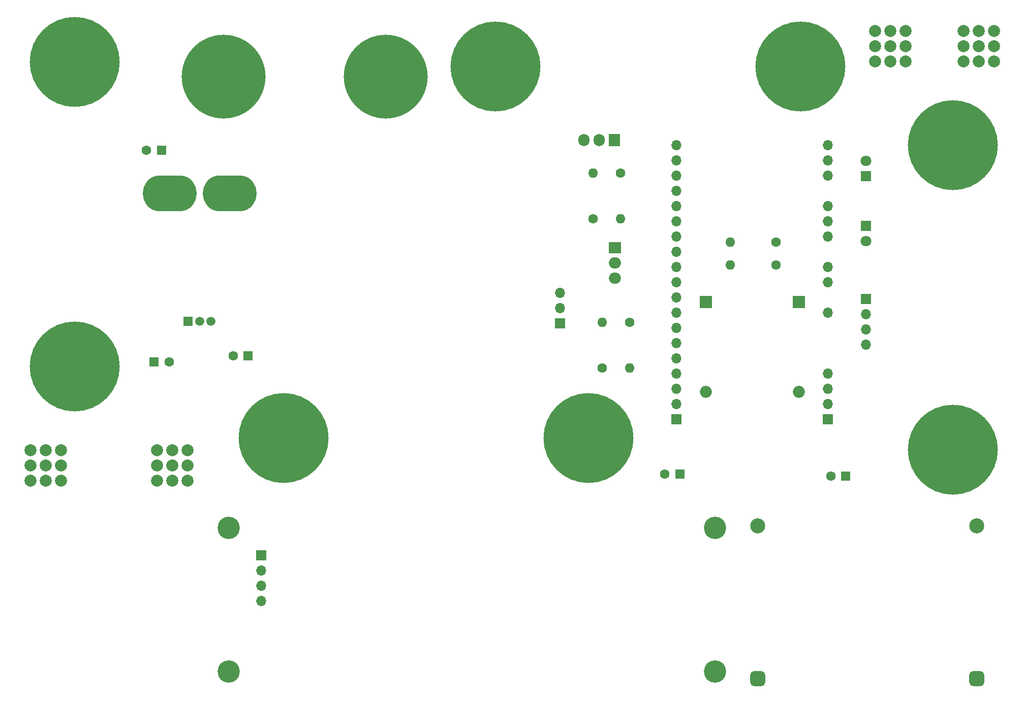
<source format=gbr>
%TF.GenerationSoftware,KiCad,Pcbnew,(7.0.0-0)*%
%TF.CreationDate,2023-07-06T19:43:53+02:00*%
%TF.ProjectId,Mstr_Controller_Board_v01,4d737472-5f43-46f6-9e74-726f6c6c6572,v01*%
%TF.SameCoordinates,Original*%
%TF.FileFunction,Soldermask,Bot*%
%TF.FilePolarity,Negative*%
%FSLAX46Y46*%
G04 Gerber Fmt 4.6, Leading zero omitted, Abs format (unit mm)*
G04 Created by KiCad (PCBNEW (7.0.0-0)) date 2023-07-06 19:43:53*
%MOMM*%
%LPD*%
G01*
G04 APERTURE LIST*
G04 Aperture macros list*
%AMRoundRect*
0 Rectangle with rounded corners*
0 $1 Rounding radius*
0 $2 $3 $4 $5 $6 $7 $8 $9 X,Y pos of 4 corners*
0 Add a 4 corners polygon primitive as box body*
4,1,4,$2,$3,$4,$5,$6,$7,$8,$9,$2,$3,0*
0 Add four circle primitives for the rounded corners*
1,1,$1+$1,$2,$3*
1,1,$1+$1,$4,$5*
1,1,$1+$1,$6,$7*
1,1,$1+$1,$8,$9*
0 Add four rect primitives between the rounded corners*
20,1,$1+$1,$2,$3,$4,$5,0*
20,1,$1+$1,$4,$5,$6,$7,0*
20,1,$1+$1,$6,$7,$8,$9,0*
20,1,$1+$1,$8,$9,$2,$3,0*%
%AMHorizOval*
0 Thick line with rounded ends*
0 $1 width*
0 $2 $3 position (X,Y) of the first rounded end (center of the circle)*
0 $4 $5 position (X,Y) of the second rounded end (center of the circle)*
0 Add line between two ends*
20,1,$1,$2,$3,$4,$5,0*
0 Add two circle primitives to create the rounded ends*
1,1,$1,$2,$3*
1,1,$1,$4,$5*%
G04 Aperture macros list end*
%ADD10C,1.600000*%
%ADD11O,1.600000X1.600000*%
%ADD12C,2.000000*%
%ADD13C,14.000000*%
%ADD14O,1.700000X1.700000*%
%ADD15R,1.700000X1.700000*%
%ADD16C,15.000000*%
%ADD17R,1.600000X1.600000*%
%ADD18R,2.000000X1.905000*%
%ADD19O,2.000000X1.905000*%
%ADD20R,1.800000X1.800000*%
%ADD21C,1.800000*%
%ADD22R,2.000000X2.000000*%
%ADD23O,2.000000X2.000000*%
%ADD24C,3.716000*%
%ADD25R,1.500000X1.500000*%
%ADD26C,1.500000*%
%ADD27HorizOval,0.800000X0.000000X0.000000X0.000000X0.000000X0*%
%ADD28HorizOval,0.800000X0.000000X0.000000X0.000000X0.000000X0*%
%ADD29C,0.800000*%
%ADD30O,9.000000X6.000000*%
%ADD31RoundRect,0.625000X0.625000X0.625000X-0.625000X0.625000X-0.625000X-0.625000X0.625000X-0.625000X0*%
%ADD32C,2.500000*%
%ADD33R,1.905000X2.000000*%
%ADD34O,1.905000X2.000000*%
G04 APERTURE END LIST*
D10*
%TO.C,R4*%
X151638000Y-70373000D03*
D11*
X151637999Y-62752999D03*
%TD*%
D12*
%TO.C,J3*%
X57912000Y-114061000D03*
X60452000Y-114061000D03*
X62992000Y-114061000D03*
X57912000Y-111521000D03*
X60452000Y-111521000D03*
X62992000Y-111521000D03*
X57912000Y-108981000D03*
X60452000Y-108981000D03*
X62992000Y-108981000D03*
%TD*%
D13*
%TO.C,J1*%
X117141000Y-46671000D03*
X90141000Y-46671000D03*
D14*
X146150999Y-82740999D03*
X146150999Y-85280999D03*
D15*
X146150999Y-87820999D03*
%TD*%
D12*
%TO.C,J6*%
X213360000Y-44196000D03*
X215900000Y-44196000D03*
X218440000Y-44196000D03*
X213360000Y-41656000D03*
X215900000Y-41656000D03*
X218440000Y-41656000D03*
X213360000Y-39116000D03*
X215900000Y-39116000D03*
X218440000Y-39116000D03*
%TD*%
D16*
%TO.C,F3*%
X135382000Y-44973000D03*
X186182000Y-44973000D03*
%TD*%
D12*
%TO.C,J4*%
X78994000Y-114061000D03*
X81534000Y-114061000D03*
X84074000Y-114061000D03*
X78994000Y-111521000D03*
X81534000Y-111521000D03*
X84074000Y-111521000D03*
X78994000Y-108981000D03*
X81534000Y-108981000D03*
X84074000Y-108981000D03*
%TD*%
D10*
%TO.C,R8*%
X182118000Y-78097000D03*
D11*
X174497999Y-78096999D03*
%TD*%
D15*
%TO.C,J2*%
X197103999Y-83819999D03*
D14*
X197103999Y-86359999D03*
X197103999Y-88899999D03*
X197103999Y-91439999D03*
%TD*%
D17*
%TO.C,C7*%
X78525999Y-94248999D03*
D10*
X81026000Y-94249000D03*
%TD*%
D18*
%TO.C,Q1*%
X155264999Y-75198999D03*
D19*
X155264999Y-77738999D03*
X155264999Y-80278999D03*
%TD*%
D20*
%TO.C,D2*%
X197103999Y-71622999D03*
D21*
X197104000Y-74163000D03*
%TD*%
D10*
%TO.C,R2*%
X157734000Y-87645000D03*
D11*
X157733999Y-95264999D03*
%TD*%
D12*
%TO.C,J5*%
X198628000Y-44196000D03*
X201168000Y-44196000D03*
X203708000Y-44196000D03*
X198628000Y-41656000D03*
X201168000Y-41656000D03*
X203708000Y-41656000D03*
X198628000Y-39116000D03*
X201168000Y-39116000D03*
X203708000Y-39116000D03*
%TD*%
D10*
%TO.C,R1*%
X153162000Y-95265000D03*
D11*
X153161999Y-87644999D03*
%TD*%
D17*
%TO.C,C6*%
X79755999Y-58942999D03*
D10*
X77256000Y-58943000D03*
%TD*%
D17*
%TO.C,C4*%
X166115999Y-113029999D03*
D10*
X163616000Y-113030000D03*
%TD*%
%TO.C,R7*%
X182118000Y-74287000D03*
D11*
X174497999Y-74286999D03*
%TD*%
D22*
%TO.C,C2*%
X185927999Y-84312999D03*
D23*
X185927999Y-99312999D03*
%TD*%
D17*
%TO.C,C3*%
X193761999Y-113298999D03*
D10*
X191262000Y-113299000D03*
%TD*%
D15*
%TO.C,U3*%
X96397999Y-126524999D03*
D14*
X96397999Y-129064999D03*
X96397999Y-131604999D03*
X96397999Y-134144999D03*
D24*
X90958000Y-121935000D03*
X90958000Y-145935000D03*
X171958000Y-121935000D03*
X171958000Y-145935000D03*
%TD*%
D10*
%TO.C,R3*%
X156210000Y-62753000D03*
D11*
X156209999Y-70372999D03*
%TD*%
D20*
%TO.C,D1*%
X197103999Y-63297999D03*
D21*
X197104000Y-60758000D03*
%TD*%
D16*
%TO.C,F2*%
X150876000Y-106949000D03*
X100076000Y-106949000D03*
%TD*%
%TO.C,F1*%
X65278000Y-44211000D03*
X65278000Y-95011000D03*
%TD*%
D25*
%TO.C,U2*%
X84205999Y-87531999D03*
D26*
X86116000Y-87532000D03*
X88026000Y-87532000D03*
D27*
X87165999Y-65501999D03*
D28*
X87165999Y-66761999D03*
D29*
X87916000Y-64472000D03*
X87916000Y-67792000D03*
X89116000Y-64082000D03*
X89116000Y-68182000D03*
X90446000Y-64082000D03*
X90446000Y-68182000D03*
D30*
X91115999Y-66131999D03*
D29*
X91786000Y-64082000D03*
X91786000Y-68182000D03*
X93116000Y-64082000D03*
X93116000Y-68182000D03*
X94316000Y-64472000D03*
X94316000Y-67792000D03*
X95066000Y-65502000D03*
X95066000Y-66762000D03*
X77166000Y-65502000D03*
X77166000Y-66762000D03*
X77916000Y-64472000D03*
X77916000Y-67792000D03*
X79116000Y-64082000D03*
X79116000Y-68182000D03*
X80446000Y-64082000D03*
X80446000Y-68182000D03*
D30*
X81115999Y-66131999D03*
D29*
X81786000Y-64082000D03*
X81786000Y-68182000D03*
X83116000Y-64082000D03*
X83116000Y-68182000D03*
X84316000Y-64472000D03*
X84316000Y-67792000D03*
D28*
X85065999Y-65501999D03*
D27*
X85065999Y-66761999D03*
%TD*%
D17*
%TO.C,C5*%
X94193999Y-93232999D03*
D10*
X91694000Y-93233000D03*
%TD*%
D16*
%TO.C,F4*%
X211582000Y-108966000D03*
X211582000Y-58166000D03*
%TD*%
D31*
%TO.C,U6*%
X215608000Y-147131000D03*
D32*
X215608000Y-121631000D03*
D31*
X179108000Y-147131000D03*
D32*
X179108000Y-121631000D03*
%TD*%
D22*
%TO.C,C1*%
X170433999Y-84312999D03*
D23*
X170433999Y-99312999D03*
%TD*%
D33*
%TO.C,Q2*%
X155193999Y-57235999D03*
D34*
X152653999Y-57235999D03*
X150113999Y-57235999D03*
%TD*%
D14*
%TO.C,U1*%
X165513999Y-70857999D03*
X165513999Y-68317999D03*
D15*
X190753999Y-103877999D03*
D14*
X165513999Y-73397999D03*
X165513999Y-81017999D03*
X190753999Y-58157999D03*
X190753999Y-73397999D03*
X190753999Y-68317999D03*
X165513999Y-65777999D03*
X165513999Y-75937999D03*
X165513999Y-78477999D03*
X165513999Y-83557999D03*
X165513999Y-86097999D03*
X165513999Y-91177999D03*
X165513999Y-98797999D03*
X165513999Y-101337999D03*
X190753999Y-81017999D03*
X190753999Y-78477999D03*
X190753999Y-86097999D03*
X165513999Y-58157999D03*
X190753999Y-60697999D03*
X165513999Y-60697999D03*
X165513999Y-63237999D03*
X190753999Y-63237999D03*
X190753999Y-101337999D03*
X190753999Y-70857999D03*
D15*
X165513999Y-103877999D03*
D14*
X165513999Y-88637999D03*
X165513999Y-93717999D03*
X165513999Y-96257999D03*
X190753999Y-96257999D03*
X190753999Y-98797999D03*
%TD*%
M02*

</source>
